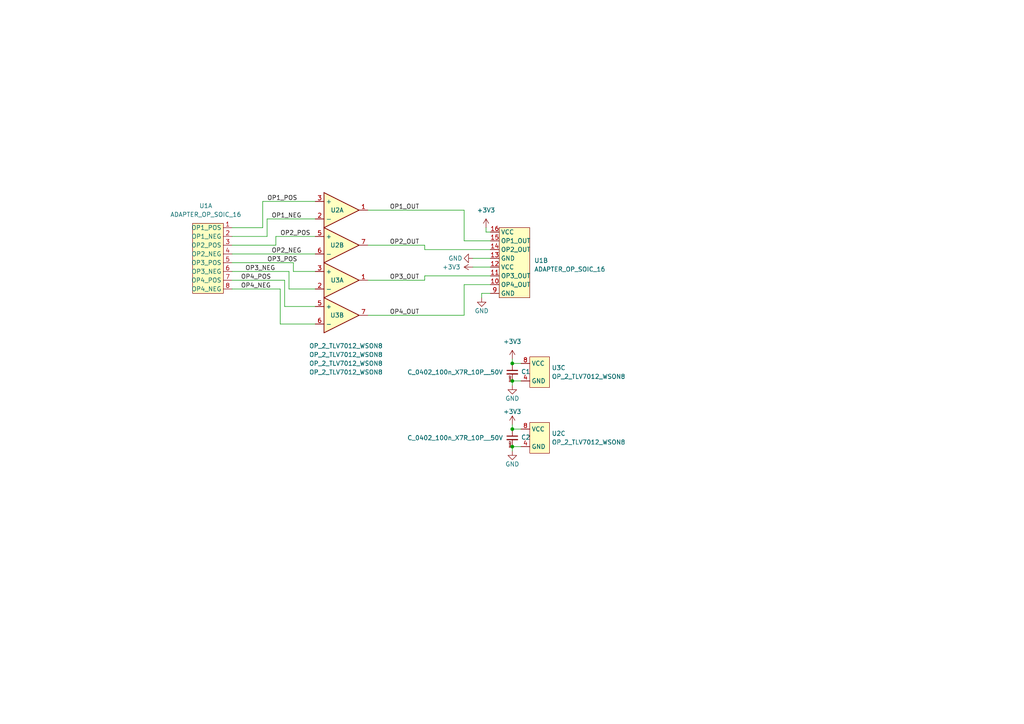
<source format=kicad_sch>
(kicad_sch (version 20211123) (generator eeschema)
  (paper "A4")
  (lib_symbols
    (symbol "LEA_SymbolLibrary:+3V3" (power) (pin_numbers hide) (pin_names (offset 0))
      (property "Value" "+3V3" (at 0 3.81 0))
      (symbol "+3V3_1_1"
        (polyline (pts (xy -0.762 1.27) (xy 0 2.54)))
        (polyline (pts (xy 0 0) (xy 0 2.54)))
        (polyline (pts (xy 0 2.54) (xy 0.762 1.27)))
        (pin power_in line (at 0 0 90) (length 0) hide (name "+3V3") (number "1"))
      )
    )
    (symbol "LEA_SymbolLibrary:ADAPTER_OP_SOIC_16" (in_bom no)
      (property "Reference" "U" (at -3.81 12.065 0))
      (property "Value" "ADAPTER_OP_SOIC_16" (at 1.27 -11.43 0))
      (symbol "ADAPTER_OP_SOIC_16_0_1"
        (rectangle (start -3.81 10.16) (end 5.08 -10.16) (fill (type background)))
      )
      (symbol "ADAPTER_OP_SOIC_16_1_1"
        (pin output line (at 7.62 8.89 180) (length 2.54) (name "OP1_POS") (number "1"))
        (pin output line (at 7.62 6.35 180) (length 2.54) (name "OP1_NEG") (number "2"))
        (pin output line (at 7.62 3.81 180) (length 2.54) (name "OP2_POS") (number "3"))
        (pin output line (at 7.62 1.27 180) (length 2.54) (name "OP2_NEG") (number "4"))
        (pin output line (at 7.62 -1.27 180) (length 2.54) (name "OP3_POS") (number "5"))
        (pin output line (at 7.62 -3.81 180) (length 2.54) (name "OP3_NEG") (number "6"))
        (pin output line (at 7.62 -6.35 180) (length 2.54) (name "OP4_POS") (number "7"))
        (pin output line (at 7.62 -8.89 180) (length 2.54) (name "OP4_NEG") (number "8"))
      )
      (symbol "ADAPTER_OP_SOIC_16_2_1"
        (pin input line (at -6.35 -6.35 0) (length 2.54) (name "OP4_OUT") (number "10"))
        (pin input line (at -6.35 -3.81 0) (length 2.54) (name "OP3_OUT") (number "11"))
        (pin power_in line (at -6.35 -1.27 0) (length 2.54) (name "VCC") (number "12"))
        (pin power_in line (at -6.35 1.27 0) (length 2.54) (name "GND") (number "13"))
        (pin input line (at -6.35 3.81 0) (length 2.54) (name "OP2_OUT") (number "14"))
        (pin input line (at -6.35 6.35 0) (length 2.54) (name "OP1_OUT") (number "15"))
        (pin power_out line (at -6.35 8.89 0) (length 2.54) (name "VCC") (number "16"))
        (pin power_out line (at -6.35 -8.89 0) (length 2.54) (name "GND") (number "9"))
      )
    )
    (symbol "LEA_SymbolLibrary:C_0402_100n_X7R_10P__50V" (pin_numbers hide) (pin_names (offset 0.254) hide)
      (property "Reference" "C" (at 0.762 0.508 0))
      (property "Value" "C_0402_100n_X7R_10P__50V" (at 0.762 -1.016 0))
      (symbol "C_0402_100n_X7R_10P__50V_0_0"
        (text "0402" (at -0.635 -1.905 900) (effects (font (size 0.5 0.5))))
      )
      (symbol "C_0402_100n_X7R_10P__50V_0_1"
        (polyline (pts (xy -1.524 -0.508) (xy 1.524 -0.508)) (stroke (width 0.3302)))
        (polyline (pts (xy -1.524 0.508) (xy 1.524 0.508)) (stroke (width 0.3048)))
      )
      (symbol "C_0402_100n_X7R_10P__50V_1_1"
        (pin passive line (at 0 2.54 270) (length 2.032) (name "1") (number "1"))
        (pin passive line (at 0 -2.54 90) (length 2.032) (name "2") (number "2"))
      )
    )
    (symbol "LEA_SymbolLibrary:GND" (power) (pin_numbers hide) (pin_names (offset 0))
      (property "Value" "GND" (at 0 -5.08 0))
      (symbol "GND_1_1"
        (polyline (pts (xy 0 0) (xy 0 -1.27) (xy 1.27 -1.27) (xy 0 -2.54) (xy -1.27 -1.27) (xy 0 -1.27)))
        (pin power_in line (at 0 0 90) (length 0) hide (name "GND") (number "1"))
      )
    )
    (symbol "LEA_SymbolLibrary:OP_2_TLV7012_WSON8"
      (property "Reference" "U" (at -1.905 5.715 0))
      (property "Value" "OP_2_TLV7012_WSON8" (at 0.635 -5.715 0))
      (symbol "OP_2_TLV7012_WSON8_1_1"
        (polyline (pts (xy -2.54 5.08) (xy 7.62 0) (xy -2.54 -5.08) (xy -2.54 5.08) (xy -2.54 5.08)) (stroke (width 0.254)) (fill (type background)))
        (pin output line (at 10.16 0 180) (length 2.54) (name "~") (number "1"))
        (pin input line (at -5.08 -2.54 0) (length 2.54) (name "-") (number "2"))
        (pin input line (at -5.08 2.54 0) (length 2.54) (name "+") (number "3"))
      )
      (symbol "OP_2_TLV7012_WSON8_2_1"
        (polyline (pts (xy -2.54 5.08) (xy 7.62 0) (xy -2.54 -5.08) (xy -2.54 5.08) (xy -2.54 5.08)) (stroke (width 0.254)) (fill (type background)))
        (pin input line (at -5.08 2.54 0) (length 2.54) (name "+") (number "5"))
        (pin input line (at -5.08 -2.54 0) (length 2.54) (name "-") (number "6"))
        (pin output line (at 10.16 0 180) (length 2.54) (name "~") (number "7"))
      )
      (symbol "OP_2_TLV7012_WSON8_3_1"
        (rectangle (start -2.54 4.445) (end 3.175 -4.445) (fill (type background)))
        (pin power_in line (at -5.08 -2.54 0) (length 2.54) (name "GND") (number "4"))
        (pin power_in line (at -5.08 2.54 0) (length 2.54) (name "VCC") (number "8"))
      )
    )
  )
  (junction (at 148.59 105.41))
  (junction (at 148.59 129.54))
  (junction (at 148.59 124.46))
  (junction (at 148.59 110.49))
  (wire (pts (xy 80.01 71.12) (xy 67.31 71.12)))
  (wire (pts (xy 148.59 110.49) (xy 148.59 111.76)))
  (wire (pts (xy 123.19 72.39) (xy 142.24 72.39)))
  (wire (pts (xy 85.09 76.2) (xy 67.31 76.2)))
  (wire (pts (xy 77.47 68.58) (xy 77.47 63.5)))
  (wire (pts (xy 67.31 68.58) (xy 77.47 68.58)))
  (wire (pts (xy 80.01 68.58) (xy 91.44 68.58)))
  (wire (pts (xy 91.44 78.74) (xy 85.09 78.74)))
  (wire (pts (xy 77.47 63.5) (xy 91.44 63.5)))
  (wire (pts (xy 123.19 81.28) (xy 123.19 80.01)))
  (wire (pts (xy 76.2 58.42) (xy 76.2 66.04)))
  (wire (pts (xy 142.24 67.31) (xy 140.97 67.31)))
  (wire (pts (xy 142.24 85.09) (xy 139.7 85.09)))
  (wire (pts (xy 134.62 91.44) (xy 106.68 91.44)))
  (wire (pts (xy 123.19 80.01) (xy 142.24 80.01)))
  (wire (pts (xy 82.55 88.9) (xy 82.55 81.28)))
  (wire (pts (xy 106.68 81.28) (xy 123.19 81.28)))
  (wire (pts (xy 148.59 124.46) (xy 148.59 123.19)))
  (wire (pts (xy 106.68 71.12) (xy 123.19 71.12)))
  (wire (pts (xy 151.13 105.41) (xy 148.59 105.41)))
  (wire (pts (xy 148.59 129.54) (xy 148.59 130.81)))
  (wire (pts (xy 134.62 82.55) (xy 134.62 91.44)))
  (wire (pts (xy 81.28 93.98) (xy 91.44 93.98)))
  (wire (pts (xy 151.13 124.46) (xy 148.59 124.46)))
  (wire (pts (xy 85.09 78.74) (xy 85.09 76.2)))
  (wire (pts (xy 137.16 74.93) (xy 142.24 74.93)))
  (wire (pts (xy 81.28 83.82) (xy 81.28 93.98)))
  (wire (pts (xy 137.16 77.47) (xy 142.24 77.47)))
  (wire (pts (xy 80.01 68.58) (xy 80.01 71.12)))
  (wire (pts (xy 151.13 110.49) (xy 148.59 110.49)))
  (wire (pts (xy 83.82 83.82) (xy 91.44 83.82)))
  (wire (pts (xy 148.59 105.41) (xy 148.59 104.14)))
  (wire (pts (xy 134.62 69.85) (xy 142.24 69.85)))
  (wire (pts (xy 139.7 85.09) (xy 139.7 86.36)))
  (wire (pts (xy 151.13 129.54) (xy 148.59 129.54)))
  (wire (pts (xy 140.97 67.31) (xy 140.97 66.04)))
  (wire (pts (xy 106.68 60.96) (xy 134.62 60.96)))
  (wire (pts (xy 67.31 83.82) (xy 81.28 83.82)))
  (wire (pts (xy 83.82 78.74) (xy 83.82 83.82)))
  (wire (pts (xy 67.31 78.74) (xy 83.82 78.74)))
  (wire (pts (xy 123.19 72.39) (xy 123.19 71.12)))
  (wire (pts (xy 142.24 82.55) (xy 134.62 82.55)))
  (wire (pts (xy 67.31 73.66) (xy 91.44 73.66)))
  (wire (pts (xy 91.44 58.42) (xy 76.2 58.42)))
  (wire (pts (xy 76.2 66.04) (xy 67.31 66.04)))
  (wire (pts (xy 82.55 81.28) (xy 67.31 81.28)))
  (wire (pts (xy 134.62 60.96) (xy 134.62 69.85)))
  (wire (pts (xy 91.44 88.9) (xy 82.55 88.9)))
  (label "OP3_POS" (at 77.47 76.2 0))
  (label "OP1_OUT" (at 113.03 60.96 0))
  (label "OP4_POS" (at 69.85 81.28 0))
  (label "OP2_OUT" (at 113.03 71.12 0))
  (label "OP1_POS" (at 77.47 58.42 0))
  (label "OP2_POS" (at 81.28 68.58 0))
  (label "OP1_NEG" (at 78.74 63.5 0))
  (label "OP3_OUT" (at 113.03 81.28 0))
  (label "OP4_NEG" (at 69.85 83.82 0))
  (label "OP4_OUT" (at 113.03 91.44 0))
  (label "OP3_NEG" (at 71.12 78.74 0))
  (label "OP2_NEG" (at 78.74 73.66 0))
  (symbol (lib_id "LEA_SymbolLibrary:+3V3") (at 137.16 77.47 90) (unit 1)
    (property "Reference" "#PWR0103" (effects hide))
    (property "Value" "+3V3" (at 128.27 77.47 90) (effects (justify right)))
  )
  (symbol (lib_id "LEA_SymbolLibrary:OP_2_TLV7012_WSON8") (at 156.21 127 0) (unit 3)
    (property "Reference" "U2" (at 160.02 125.7299 0) (effects (justify left)))
    (property "Value" "OP_2_TLV7012_WSON8" (at 160.02 128.2699 0) (effects (justify left)))
    (property "Footprint" "LEA_FootprintLibrary:WSON-8-1EP_2x2mm_P0.5mm_EP0.9x1.6mm" (effects hide))
    (property "Datasheet" "https://www.ti.com/lit/ds/symlink/tlv7011.pdf?HQS=dis-mous-null-mousermode-dsf-pf-null-wwe&ts=1673514116430&ref_url=https%253A%252F%252Fwww.mouser.de%252F" (effects hide))
    (property "mouser#" "595-TLV7012DSGR " (effects hide))
    (property "manf#" "TLV7012DSGR " (effects hide))
    (property "Manufacturer" "Texas Instruments" (effects hide))
  )
  (symbol (lib_id "LEA_SymbolLibrary:OP_2_TLV7012_WSON8") (at 96.52 81.28 0) (unit 1)
    (property "Reference" "U3" (at 97.79 81.28 0))
    (property "Value" "OP_2_TLV7012_WSON8" (at 100.33 102.87 0))
    (property "Footprint" "LEA_FootprintLibrary:WSON-8-1EP_2x2mm_P0.5mm_EP0.9x1.6mm" (effects hide))
    (property "Datasheet" "https://www.ti.com/lit/ds/symlink/tlv7011.pdf?HQS=dis-mous-null-mousermode-dsf-pf-null-wwe&ts=1673514116430&ref_url=https%253A%252F%252Fwww.mouser.de%252F" (effects hide))
    (property "mouser#" "595-TLV7012DSGR " (effects hide))
    (property "manf#" "TLV7012DSGR " (effects hide))
    (property "Manufacturer" "Texas Instruments" (effects hide))
  )
  (symbol (lib_id "LEA_SymbolLibrary:OP_2_TLV7012_WSON8") (at 96.52 71.12 0) (unit 2)
    (property "Reference" "U2" (at 97.79 71.12 0))
    (property "Value" "OP_2_TLV7012_WSON8" (at 100.33 105.41 0))
    (property "Footprint" "LEA_FootprintLibrary:WSON-8-1EP_2x2mm_P0.5mm_EP0.9x1.6mm" (effects hide))
    (property "Datasheet" "https://www.ti.com/lit/ds/symlink/tlv7011.pdf?HQS=dis-mous-null-mousermode-dsf-pf-null-wwe&ts=1673514116430&ref_url=https%253A%252F%252Fwww.mouser.de%252F" (effects hide))
    (property "mouser#" "595-TLV7012DSGR " (effects hide))
    (property "manf#" "TLV7012DSGR " (effects hide))
    (property "Manufacturer" "Texas Instruments" (effects hide))
  )
  (symbol (lib_id "LEA_SymbolLibrary:GND") (at 139.7 86.36 0) (unit 1)
    (property "Reference" "#PWR0108" (effects hide))
    (property "Value" "GND" (at 139.7 90.17 0))
  )
  (symbol (lib_id "LEA_SymbolLibrary:+3V3") (at 148.59 104.14 0) (unit 1)
    (property "Reference" "#PWR0101" (effects hide))
    (property "Value" "+3V3" (at 148.59 99.06 0))
  )
  (symbol (lib_id "LEA_SymbolLibrary:ADAPTER_OP_SOIC_16") (at 59.69 74.93 0) (unit 1) (in_bom no)
    (property "Reference" "U1" (at 59.69 59.69 0))
    (property "Value" "ADAPTER_OP_SOIC_16" (at 59.69 62.23 0))
    (property "Footprint" "LEA_FootprintLibrary:ADAPTER_Soic16" (effects hide))
  )
  (symbol (lib_id "LEA_SymbolLibrary:OP_2_TLV7012_WSON8") (at 96.52 91.44 0) (unit 2)
    (property "Reference" "U3" (at 97.79 91.44 0))
    (property "Value" "OP_2_TLV7012_WSON8" (at 100.33 100.33 0))
    (property "Footprint" "LEA_FootprintLibrary:WSON-8-1EP_2x2mm_P0.5mm_EP0.9x1.6mm" (effects hide))
    (property "Datasheet" "https://www.ti.com/lit/ds/symlink/tlv7011.pdf?HQS=dis-mous-null-mousermode-dsf-pf-null-wwe&ts=1673514116430&ref_url=https%253A%252F%252Fwww.mouser.de%252F" (effects hide))
    (property "mouser#" "595-TLV7012DSGR " (effects hide))
    (property "manf#" "TLV7012DSGR " (effects hide))
    (property "Manufacturer" "Texas Instruments" (effects hide))
  )
  (symbol (lib_id "LEA_SymbolLibrary:+3V3") (at 148.59 123.19 0) (unit 1)
    (property "Reference" "#PWR0106" (effects hide))
    (property "Value" "+3V3" (at 148.59 119.38 0))
  )
  (symbol (lib_id "LEA_SymbolLibrary:GND") (at 148.59 130.81 0) (unit 1)
    (property "Reference" "#PWR0102" (effects hide))
    (property "Value" "GND" (at 148.59 134.62 0))
  )
  (symbol (lib_id "LEA_SymbolLibrary:OP_2_TLV7012_WSON8") (at 96.52 60.96 0) (unit 1)
    (property "Reference" "U2" (at 97.79 60.96 0))
    (property "Value" "OP_2_TLV7012_WSON8" (at 100.33 107.95 0))
    (property "Footprint" "LEA_FootprintLibrary:WSON-8-1EP_2x2mm_P0.5mm_EP0.9x1.6mm" (effects hide))
    (property "Datasheet" "https://www.ti.com/lit/ds/symlink/tlv7011.pdf?HQS=dis-mous-null-mousermode-dsf-pf-null-wwe&ts=1673514116430&ref_url=https%253A%252F%252Fwww.mouser.de%252F" (effects hide))
    (property "mouser#" "595-TLV7012DSGR " (effects hide))
    (property "manf#" "TLV7012DSGR " (effects hide))
    (property "Manufacturer" "Texas Instruments" (effects hide))
  )
  (symbol (lib_id "LEA_SymbolLibrary:+3V3") (at 140.97 66.04 0) (unit 1)
    (property "Reference" "#PWR0105" (effects hide))
    (property "Value" "+3V3" (at 140.97 60.96 0))
  )
  (symbol (lib_id "LEA_SymbolLibrary:GND") (at 137.16 74.93 270) (unit 1)
    (property "Reference" "#PWR0104" (effects hide))
    (property "Value" "GND" (at 132.08 74.93 90))
  )
  (symbol (lib_id "LEA_SymbolLibrary:OP_2_TLV7012_WSON8") (at 156.21 107.95 0) (unit 3)
    (property "Reference" "U3" (at 160.02 106.6799 0) (effects (justify left)))
    (property "Value" "OP_2_TLV7012_WSON8" (at 160.02 109.2199 0) (effects (justify left)))
    (property "Footprint" "LEA_FootprintLibrary:WSON-8-1EP_2x2mm_P0.5mm_EP0.9x1.6mm" (effects hide))
    (property "Datasheet" "https://www.ti.com/lit/ds/symlink/tlv7011.pdf?HQS=dis-mous-null-mousermode-dsf-pf-null-wwe&ts=1673514116430&ref_url=https%253A%252F%252Fwww.mouser.de%252F" (effects hide))
    (property "mouser#" "595-TLV7012DSGR " (effects hide))
    (property "manf#" "TLV7012DSGR " (effects hide))
    (property "Manufacturer" "Texas Instruments" (effects hide))
  )
  (symbol (lib_id "LEA_SymbolLibrary:C_0402_100n_X7R_10P__50V") (at 148.59 107.95 0) (unit 1)
    (property "Reference" "C1" (at 151.13 107.794 0) (effects (justify left)))
    (property "Value" "C_0402_100n_X7R_10P__50V" (at 118.11 107.95 0) (effects (justify left)))
    (property "Footprint" "LEA_FootprintLibrary:C_0402" (effects hide))
    (property "manf#" "C1005X7R1H104K" (effects hide))
    (property "Manufacturer" "TDK" (effects hide))
    (property "mouser#" "810-C1005X7R1H104K" (effects hide))
  )
  (symbol (lib_id "LEA_SymbolLibrary:GND") (at 148.59 111.76 0) (unit 1)
    (property "Reference" "#PWR0107" (effects hide))
    (property "Value" "GND" (at 148.59 115.57 0))
  )
  (symbol (lib_id "LEA_SymbolLibrary:C_0402_100n_X7R_10P__50V") (at 148.59 127 0) (unit 1)
    (property "Reference" "C2" (at 151.13 126.844 0) (effects (justify left)))
    (property "Value" "C_0402_100n_X7R_10P__50V" (at 118.11 127 0) (effects (justify left)))
    (property "Footprint" "LEA_FootprintLibrary:C_0402" (effects hide))
    (property "manf#" "C1005X7R1H104K" (effects hide))
    (property "Manufacturer" "TDK" (effects hide))
    (property "mouser#" "810-C1005X7R1H104K" (effects hide))
  )
  (symbol (lib_id "LEA_SymbolLibrary:ADAPTER_OP_SOIC_16") (at 148.59 76.2 0) (unit 2) (in_bom no)
    (property "Reference" "U1" (at 154.94 75.5649 0) (effects (justify left)))
    (property "Value" "ADAPTER_OP_SOIC_16" (at 154.94 78.1049 0) (effects (justify left)))
    (property "Footprint" "LEA_FootprintLibrary:ADAPTER_Soic16" (effects hide))
  )
)
</source>
